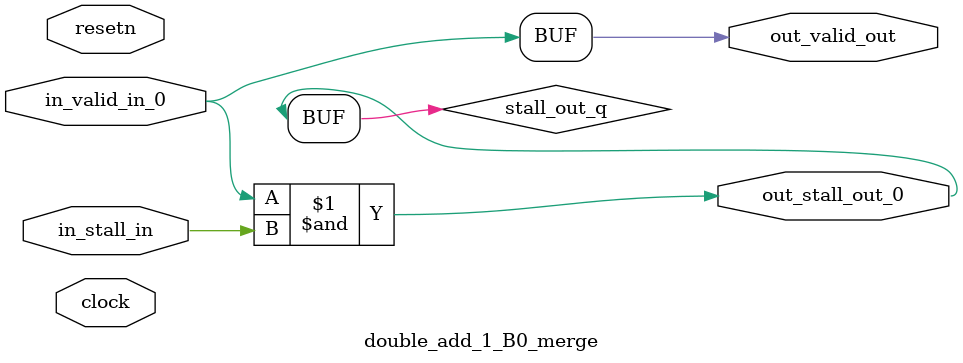
<source format=sv>



(* altera_attribute = "-name AUTO_SHIFT_REGISTER_RECOGNITION OFF; -name MESSAGE_DISABLE 10036; -name MESSAGE_DISABLE 10037; -name MESSAGE_DISABLE 14130; -name MESSAGE_DISABLE 14320; -name MESSAGE_DISABLE 15400; -name MESSAGE_DISABLE 14130; -name MESSAGE_DISABLE 10036; -name MESSAGE_DISABLE 12020; -name MESSAGE_DISABLE 12030; -name MESSAGE_DISABLE 12010; -name MESSAGE_DISABLE 12110; -name MESSAGE_DISABLE 14320; -name MESSAGE_DISABLE 13410; -name MESSAGE_DISABLE 113007; -name MESSAGE_DISABLE 10958" *)
module double_add_1_B0_merge (
    input wire [0:0] in_stall_in,
    input wire [0:0] in_valid_in_0,
    output wire [0:0] out_stall_out_0,
    output wire [0:0] out_valid_out,
    input wire clock,
    input wire resetn
    );

    wire [0:0] stall_out_q;


    // stall_out(LOGICAL,6)
    assign stall_out_q = in_valid_in_0 & in_stall_in;

    // out_stall_out_0(GPOUT,4)
    assign out_stall_out_0 = stall_out_q;

    // out_valid_out(GPOUT,5)
    assign out_valid_out = in_valid_in_0;

endmodule

</source>
